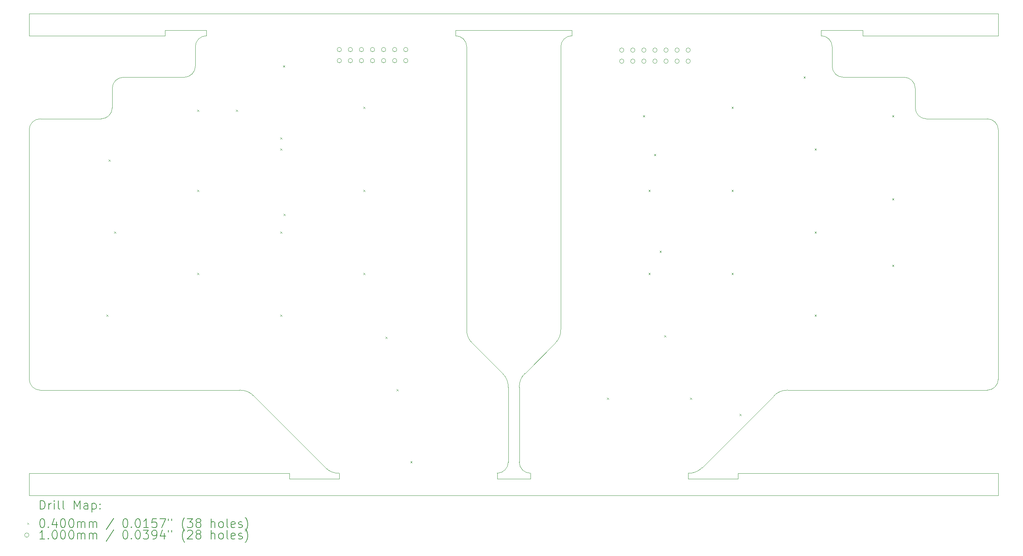
<source format=gbr>
%FSLAX45Y45*%
G04 Gerber Fmt 4.5, Leading zero omitted, Abs format (unit mm)*
G04 Created by KiCad (PCBNEW (6.0.6-1)-1) date 2022-07-19 11:22:40*
%MOMM*%
%LPD*%
G01*
G04 APERTURE LIST*
%TA.AperFunction,Profile*%
%ADD10C,0.120000*%
%TD*%
%ADD11C,0.200000*%
%ADD12C,0.040000*%
%ADD13C,0.100000*%
G04 APERTURE END LIST*
D10*
X14351000Y-6921500D02*
X8382000Y-6921500D01*
X2159003Y-3619500D02*
G75*
G03*
X2286000Y-3937000I417557J-17130D01*
G01*
X8382000Y-7048500D02*
X8382000Y-6921500D01*
X-762000Y-7048500D02*
X-1905000Y-7048500D01*
X-7874000Y-6921500D02*
X-7874000Y-7429500D01*
X3111497Y-4953000D02*
G75*
G03*
X2984500Y-4635500I-417557J17130D01*
G01*
X14351000Y3619500D02*
X14351000Y3111500D01*
X9525000Y-5016503D02*
G75*
G03*
X9207500Y-5143500I-17130J-417557D01*
G01*
X12446000Y1460500D02*
G75*
G03*
X12700000Y1206500I254000J0D01*
G01*
X14097000Y1206500D02*
X12700000Y1206500D01*
X-7874000Y952500D02*
X-7874000Y-4762500D01*
X4191002Y-3937002D02*
G75*
G03*
X4318000Y-3619500I-290562J300372D01*
G01*
X-3810000Y3111500D02*
X-3810000Y3238500D01*
X14097000Y-5016500D02*
G75*
G03*
X14351000Y-4762500I0J254000D01*
G01*
X1905000Y3238500D02*
X4572000Y3238500D01*
X14351000Y-4762500D02*
X14351000Y952500D01*
X-7620000Y1206500D02*
G75*
G03*
X-7874000Y952500I0J-254000D01*
G01*
X10541000Y2413000D02*
X10541000Y2857500D01*
X-1079502Y-6794502D02*
G75*
G03*
X-762000Y-6921500I300372J290562D01*
G01*
X14351000Y3619500D02*
X-7874000Y3619500D01*
X-762000Y-6921500D02*
X-762000Y-7048500D01*
X-2730498Y-5143498D02*
G75*
G03*
X-3048000Y-5016500I-300372J-290562D01*
G01*
X9207500Y-5143500D02*
X7556500Y-6794500D01*
X-4762500Y3238500D02*
X-4762500Y3111500D01*
X-7874000Y3111500D02*
X-7874000Y3619500D01*
X2857500Y-7048500D02*
X3619500Y-7048500D01*
X-6223000Y1206500D02*
G75*
G03*
X-5969000Y1460500I0J254000D01*
G01*
X-4318000Y2159000D02*
X-5715000Y2159000D01*
X10541000Y2857500D02*
G75*
G03*
X10287000Y3111500I-254000J0D01*
G01*
X9525000Y-5016500D02*
X14097000Y-5016500D01*
X11239500Y3238500D02*
X10287000Y3238500D01*
X-1079500Y-6794500D02*
X-2730500Y-5143500D01*
X-7874000Y-4762500D02*
G75*
G03*
X-7620000Y-5016500I254000J0D01*
G01*
X-4318000Y2159000D02*
G75*
G03*
X-4064000Y2413000I0J254000D01*
G01*
X-5715000Y2159000D02*
G75*
G03*
X-5969000Y1905000I0J-254000D01*
G01*
X4572000Y3238500D02*
X4572000Y3111500D01*
X3365500Y-6667500D02*
G75*
G03*
X3619500Y-6921500I254000J0D01*
G01*
X-6223000Y1206500D02*
X-7620000Y1206500D01*
X-7620000Y-5016500D02*
X-3048000Y-5016500D01*
X14351000Y952500D02*
G75*
G03*
X14097000Y1206500I-254000J0D01*
G01*
X-1905000Y-6921500D02*
X-1905000Y-7048500D01*
X12446000Y1905000D02*
G75*
G03*
X12192000Y2159000I-254000J0D01*
G01*
X10287000Y3238500D02*
X10287000Y3111500D01*
X-3810000Y3111500D02*
G75*
G03*
X-4064000Y2857500I0J-254000D01*
G01*
X3492498Y-4635498D02*
G75*
G03*
X3365500Y-4953000I290562J-300372D01*
G01*
X14351000Y3111500D02*
X11239500Y3111500D01*
X3365500Y-6667500D02*
X3365500Y-4953000D01*
X-3810000Y3238500D02*
X-4762500Y3238500D01*
X2984500Y-4635500D02*
X2286000Y-3937000D01*
X2857500Y-6921500D02*
X2857500Y-7048500D01*
X7239000Y-6921497D02*
G75*
G03*
X7556500Y-6794500I17130J417557D01*
G01*
X-4064000Y2857500D02*
X-4064000Y2413000D01*
X4318000Y2857500D02*
X4318000Y-3619500D01*
X-1905000Y-6921500D02*
X-7874000Y-6921500D01*
X3619500Y-7048500D02*
X3619500Y-6921500D01*
X7239000Y-7048500D02*
X7239000Y-6921500D01*
X4191000Y-3937000D02*
X3492500Y-4635500D01*
X10541000Y2413000D02*
G75*
G03*
X10795000Y2159000I254000J0D01*
G01*
X2857500Y-6921500D02*
G75*
G03*
X3111500Y-6667500I0J254000D01*
G01*
X3111500Y-4953000D02*
X3111500Y-6667500D01*
X14351000Y-7429500D02*
X-7874000Y-7429500D01*
X14351000Y-7429500D02*
X14351000Y-6921500D01*
X11239500Y3111500D02*
X11239500Y3238500D01*
X-4762500Y3111500D02*
X-7874000Y3111500D01*
X4572000Y3111500D02*
G75*
G03*
X4318000Y2857500I0J-254000D01*
G01*
X1905000Y3111500D02*
X1905000Y3238500D01*
X12192000Y2159000D02*
X10795000Y2159000D01*
X-5969000Y1905000D02*
X-5969000Y1460500D01*
X12446000Y1460500D02*
X12446000Y1905000D01*
X2159000Y-3619500D02*
X2159000Y2857500D01*
X2159000Y2857500D02*
G75*
G03*
X1905000Y3111500I-254000J0D01*
G01*
X8382000Y-7048500D02*
X7239000Y-7048500D01*
D11*
D12*
X-6103300Y-3282000D02*
X-6063300Y-3322000D01*
X-6063300Y-3282000D02*
X-6103300Y-3322000D01*
X-6052500Y274000D02*
X-6012500Y234000D01*
X-6012500Y274000D02*
X-6052500Y234000D01*
X-5925500Y-1377000D02*
X-5885500Y-1417000D01*
X-5885500Y-1377000D02*
X-5925500Y-1417000D01*
X-4020500Y1417000D02*
X-3980500Y1377000D01*
X-3980500Y1417000D02*
X-4020500Y1377000D01*
X-4020500Y-424500D02*
X-3980500Y-464500D01*
X-3980500Y-424500D02*
X-4020500Y-464500D01*
X-4020500Y-2329500D02*
X-3980500Y-2369500D01*
X-3980500Y-2329500D02*
X-4020500Y-2369500D01*
X-3131500Y1417000D02*
X-3091500Y1377000D01*
X-3091500Y1417000D02*
X-3131500Y1377000D01*
X-2115500Y782000D02*
X-2075500Y742000D01*
X-2075500Y782000D02*
X-2115500Y742000D01*
X-2115500Y528000D02*
X-2075500Y488000D01*
X-2075500Y528000D02*
X-2115500Y488000D01*
X-2115500Y-1377000D02*
X-2075500Y-1417000D01*
X-2075500Y-1377000D02*
X-2115500Y-1417000D01*
X-2115500Y-3282000D02*
X-2075500Y-3322000D01*
X-2075500Y-3282000D02*
X-2115500Y-3322000D01*
X-2052000Y2433000D02*
X-2012000Y2393000D01*
X-2012000Y2433000D02*
X-2052000Y2393000D01*
X-2037650Y-973392D02*
X-1997650Y-1013392D01*
X-1997650Y-973392D02*
X-2037650Y-1013392D01*
X-210500Y1480500D02*
X-170500Y1440500D01*
X-170500Y1480500D02*
X-210500Y1440500D01*
X-210500Y-424500D02*
X-170500Y-464500D01*
X-170500Y-424500D02*
X-210500Y-464500D01*
X-210500Y-2329500D02*
X-170500Y-2369500D01*
X-170500Y-2329500D02*
X-210500Y-2369500D01*
X297500Y-3790000D02*
X337500Y-3830000D01*
X337500Y-3790000D02*
X297500Y-3830000D01*
X551500Y-4996500D02*
X591500Y-5036500D01*
X591500Y-4996500D02*
X551500Y-5036500D01*
X869000Y-6647500D02*
X909000Y-6687500D01*
X909000Y-6647500D02*
X869000Y-6687500D01*
X5377500Y-5187000D02*
X5417500Y-5227000D01*
X5417500Y-5187000D02*
X5377500Y-5227000D01*
X6203000Y1290000D02*
X6243000Y1250000D01*
X6243000Y1290000D02*
X6203000Y1250000D01*
X6330000Y-424500D02*
X6370000Y-464500D01*
X6370000Y-424500D02*
X6330000Y-464500D01*
X6330000Y-2329500D02*
X6370000Y-2369500D01*
X6370000Y-2329500D02*
X6330000Y-2369500D01*
X6457000Y401000D02*
X6497000Y361000D01*
X6497000Y401000D02*
X6457000Y361000D01*
X6582800Y-1817984D02*
X6622800Y-1857984D01*
X6622800Y-1817984D02*
X6582800Y-1857984D01*
X6691150Y-3757631D02*
X6731150Y-3797631D01*
X6731150Y-3757631D02*
X6691150Y-3797631D01*
X7282500Y-5187000D02*
X7322500Y-5227000D01*
X7322500Y-5187000D02*
X7282500Y-5227000D01*
X8235000Y1480500D02*
X8275000Y1440500D01*
X8275000Y1480500D02*
X8235000Y1440500D01*
X8235000Y-424500D02*
X8275000Y-464500D01*
X8275000Y-424500D02*
X8235000Y-464500D01*
X8235000Y-2329500D02*
X8275000Y-2369500D01*
X8275000Y-2329500D02*
X8235000Y-2369500D01*
X8419000Y-5561500D02*
X8459000Y-5601500D01*
X8459000Y-5561500D02*
X8419000Y-5601500D01*
X9886000Y2179000D02*
X9926000Y2139000D01*
X9926000Y2179000D02*
X9886000Y2139000D01*
X10140000Y528000D02*
X10180000Y488000D01*
X10180000Y528000D02*
X10140000Y488000D01*
X10140000Y-1377000D02*
X10180000Y-1417000D01*
X10180000Y-1377000D02*
X10140000Y-1417000D01*
X10140000Y-3282000D02*
X10180000Y-3322000D01*
X10180000Y-3282000D02*
X10140000Y-3322000D01*
X11918000Y-2139000D02*
X11958000Y-2179000D01*
X11958000Y-2139000D02*
X11918000Y-2179000D01*
X11918000Y1290000D02*
X11958000Y1250000D01*
X11958000Y1290000D02*
X11918000Y1250000D01*
X11918000Y-615000D02*
X11958000Y-655000D01*
X11958000Y-615000D02*
X11918000Y-655000D01*
D13*
X-712000Y2794000D02*
G75*
G03*
X-712000Y2794000I-50000J0D01*
G01*
X-712000Y2540000D02*
G75*
G03*
X-712000Y2540000I-50000J0D01*
G01*
X-458000Y2794000D02*
G75*
G03*
X-458000Y2794000I-50000J0D01*
G01*
X-458000Y2540000D02*
G75*
G03*
X-458000Y2540000I-50000J0D01*
G01*
X-204000Y2794000D02*
G75*
G03*
X-204000Y2794000I-50000J0D01*
G01*
X-204000Y2540000D02*
G75*
G03*
X-204000Y2540000I-50000J0D01*
G01*
X50000Y2794000D02*
G75*
G03*
X50000Y2794000I-50000J0D01*
G01*
X50000Y2540000D02*
G75*
G03*
X50000Y2540000I-50000J0D01*
G01*
X304000Y2794000D02*
G75*
G03*
X304000Y2794000I-50000J0D01*
G01*
X304000Y2540000D02*
G75*
G03*
X304000Y2540000I-50000J0D01*
G01*
X558000Y2794000D02*
G75*
G03*
X558000Y2794000I-50000J0D01*
G01*
X558000Y2540000D02*
G75*
G03*
X558000Y2540000I-50000J0D01*
G01*
X812000Y2794000D02*
G75*
G03*
X812000Y2794000I-50000J0D01*
G01*
X812000Y2540000D02*
G75*
G03*
X812000Y2540000I-50000J0D01*
G01*
X5765000Y2782250D02*
G75*
G03*
X5765000Y2782250I-50000J0D01*
G01*
X5765000Y2528250D02*
G75*
G03*
X5765000Y2528250I-50000J0D01*
G01*
X6019000Y2782250D02*
G75*
G03*
X6019000Y2782250I-50000J0D01*
G01*
X6019000Y2528250D02*
G75*
G03*
X6019000Y2528250I-50000J0D01*
G01*
X6273000Y2782250D02*
G75*
G03*
X6273000Y2782250I-50000J0D01*
G01*
X6273000Y2528250D02*
G75*
G03*
X6273000Y2528250I-50000J0D01*
G01*
X6527000Y2782250D02*
G75*
G03*
X6527000Y2782250I-50000J0D01*
G01*
X6527000Y2528250D02*
G75*
G03*
X6527000Y2528250I-50000J0D01*
G01*
X6781000Y2782250D02*
G75*
G03*
X6781000Y2782250I-50000J0D01*
G01*
X6781000Y2528250D02*
G75*
G03*
X6781000Y2528250I-50000J0D01*
G01*
X7035000Y2782250D02*
G75*
G03*
X7035000Y2782250I-50000J0D01*
G01*
X7035000Y2528250D02*
G75*
G03*
X7035000Y2528250I-50000J0D01*
G01*
X7289000Y2782250D02*
G75*
G03*
X7289000Y2782250I-50000J0D01*
G01*
X7289000Y2528250D02*
G75*
G03*
X7289000Y2528250I-50000J0D01*
G01*
D11*
X-7622381Y-7745976D02*
X-7622381Y-7545976D01*
X-7574762Y-7545976D01*
X-7546190Y-7555500D01*
X-7527143Y-7574548D01*
X-7517619Y-7593595D01*
X-7508095Y-7631690D01*
X-7508095Y-7660262D01*
X-7517619Y-7698357D01*
X-7527143Y-7717405D01*
X-7546190Y-7736452D01*
X-7574762Y-7745976D01*
X-7622381Y-7745976D01*
X-7422381Y-7745976D02*
X-7422381Y-7612643D01*
X-7422381Y-7650738D02*
X-7412857Y-7631690D01*
X-7403333Y-7622167D01*
X-7384286Y-7612643D01*
X-7365238Y-7612643D01*
X-7298571Y-7745976D02*
X-7298571Y-7612643D01*
X-7298571Y-7545976D02*
X-7308095Y-7555500D01*
X-7298571Y-7565024D01*
X-7289048Y-7555500D01*
X-7298571Y-7545976D01*
X-7298571Y-7565024D01*
X-7174762Y-7745976D02*
X-7193810Y-7736452D01*
X-7203333Y-7717405D01*
X-7203333Y-7545976D01*
X-7070000Y-7745976D02*
X-7089048Y-7736452D01*
X-7098571Y-7717405D01*
X-7098571Y-7545976D01*
X-6841429Y-7745976D02*
X-6841429Y-7545976D01*
X-6774762Y-7688833D01*
X-6708095Y-7545976D01*
X-6708095Y-7745976D01*
X-6527143Y-7745976D02*
X-6527143Y-7641214D01*
X-6536667Y-7622167D01*
X-6555714Y-7612643D01*
X-6593810Y-7612643D01*
X-6612857Y-7622167D01*
X-6527143Y-7736452D02*
X-6546190Y-7745976D01*
X-6593810Y-7745976D01*
X-6612857Y-7736452D01*
X-6622381Y-7717405D01*
X-6622381Y-7698357D01*
X-6612857Y-7679309D01*
X-6593810Y-7669786D01*
X-6546190Y-7669786D01*
X-6527143Y-7660262D01*
X-6431905Y-7612643D02*
X-6431905Y-7812643D01*
X-6431905Y-7622167D02*
X-6412857Y-7612643D01*
X-6374762Y-7612643D01*
X-6355714Y-7622167D01*
X-6346190Y-7631690D01*
X-6336667Y-7650738D01*
X-6336667Y-7707881D01*
X-6346190Y-7726928D01*
X-6355714Y-7736452D01*
X-6374762Y-7745976D01*
X-6412857Y-7745976D01*
X-6431905Y-7736452D01*
X-6250952Y-7726928D02*
X-6241429Y-7736452D01*
X-6250952Y-7745976D01*
X-6260476Y-7736452D01*
X-6250952Y-7726928D01*
X-6250952Y-7745976D01*
X-6250952Y-7622167D02*
X-6241429Y-7631690D01*
X-6250952Y-7641214D01*
X-6260476Y-7631690D01*
X-6250952Y-7622167D01*
X-6250952Y-7641214D01*
D12*
X-7920000Y-8055500D02*
X-7880000Y-8095500D01*
X-7880000Y-8055500D02*
X-7920000Y-8095500D01*
D11*
X-7584286Y-7965976D02*
X-7565238Y-7965976D01*
X-7546190Y-7975500D01*
X-7536667Y-7985024D01*
X-7527143Y-8004071D01*
X-7517619Y-8042167D01*
X-7517619Y-8089786D01*
X-7527143Y-8127881D01*
X-7536667Y-8146928D01*
X-7546190Y-8156452D01*
X-7565238Y-8165976D01*
X-7584286Y-8165976D01*
X-7603333Y-8156452D01*
X-7612857Y-8146928D01*
X-7622381Y-8127881D01*
X-7631905Y-8089786D01*
X-7631905Y-8042167D01*
X-7622381Y-8004071D01*
X-7612857Y-7985024D01*
X-7603333Y-7975500D01*
X-7584286Y-7965976D01*
X-7431905Y-8146928D02*
X-7422381Y-8156452D01*
X-7431905Y-8165976D01*
X-7441429Y-8156452D01*
X-7431905Y-8146928D01*
X-7431905Y-8165976D01*
X-7250952Y-8032643D02*
X-7250952Y-8165976D01*
X-7298571Y-7956452D02*
X-7346190Y-8099309D01*
X-7222381Y-8099309D01*
X-7108095Y-7965976D02*
X-7089048Y-7965976D01*
X-7070000Y-7975500D01*
X-7060476Y-7985024D01*
X-7050952Y-8004071D01*
X-7041429Y-8042167D01*
X-7041429Y-8089786D01*
X-7050952Y-8127881D01*
X-7060476Y-8146928D01*
X-7070000Y-8156452D01*
X-7089048Y-8165976D01*
X-7108095Y-8165976D01*
X-7127143Y-8156452D01*
X-7136667Y-8146928D01*
X-7146190Y-8127881D01*
X-7155714Y-8089786D01*
X-7155714Y-8042167D01*
X-7146190Y-8004071D01*
X-7136667Y-7985024D01*
X-7127143Y-7975500D01*
X-7108095Y-7965976D01*
X-6917619Y-7965976D02*
X-6898571Y-7965976D01*
X-6879524Y-7975500D01*
X-6870000Y-7985024D01*
X-6860476Y-8004071D01*
X-6850952Y-8042167D01*
X-6850952Y-8089786D01*
X-6860476Y-8127881D01*
X-6870000Y-8146928D01*
X-6879524Y-8156452D01*
X-6898571Y-8165976D01*
X-6917619Y-8165976D01*
X-6936667Y-8156452D01*
X-6946190Y-8146928D01*
X-6955714Y-8127881D01*
X-6965238Y-8089786D01*
X-6965238Y-8042167D01*
X-6955714Y-8004071D01*
X-6946190Y-7985024D01*
X-6936667Y-7975500D01*
X-6917619Y-7965976D01*
X-6765238Y-8165976D02*
X-6765238Y-8032643D01*
X-6765238Y-8051690D02*
X-6755714Y-8042167D01*
X-6736667Y-8032643D01*
X-6708095Y-8032643D01*
X-6689048Y-8042167D01*
X-6679524Y-8061214D01*
X-6679524Y-8165976D01*
X-6679524Y-8061214D02*
X-6670000Y-8042167D01*
X-6650952Y-8032643D01*
X-6622381Y-8032643D01*
X-6603333Y-8042167D01*
X-6593810Y-8061214D01*
X-6593810Y-8165976D01*
X-6498571Y-8165976D02*
X-6498571Y-8032643D01*
X-6498571Y-8051690D02*
X-6489048Y-8042167D01*
X-6470000Y-8032643D01*
X-6441429Y-8032643D01*
X-6422381Y-8042167D01*
X-6412857Y-8061214D01*
X-6412857Y-8165976D01*
X-6412857Y-8061214D02*
X-6403333Y-8042167D01*
X-6384286Y-8032643D01*
X-6355714Y-8032643D01*
X-6336667Y-8042167D01*
X-6327143Y-8061214D01*
X-6327143Y-8165976D01*
X-5936667Y-7956452D02*
X-6108095Y-8213595D01*
X-5679524Y-7965976D02*
X-5660476Y-7965976D01*
X-5641429Y-7975500D01*
X-5631905Y-7985024D01*
X-5622381Y-8004071D01*
X-5612857Y-8042167D01*
X-5612857Y-8089786D01*
X-5622381Y-8127881D01*
X-5631905Y-8146928D01*
X-5641429Y-8156452D01*
X-5660476Y-8165976D01*
X-5679524Y-8165976D01*
X-5698571Y-8156452D01*
X-5708095Y-8146928D01*
X-5717619Y-8127881D01*
X-5727143Y-8089786D01*
X-5727143Y-8042167D01*
X-5717619Y-8004071D01*
X-5708095Y-7985024D01*
X-5698571Y-7975500D01*
X-5679524Y-7965976D01*
X-5527143Y-8146928D02*
X-5517619Y-8156452D01*
X-5527143Y-8165976D01*
X-5536667Y-8156452D01*
X-5527143Y-8146928D01*
X-5527143Y-8165976D01*
X-5393810Y-7965976D02*
X-5374762Y-7965976D01*
X-5355714Y-7975500D01*
X-5346191Y-7985024D01*
X-5336667Y-8004071D01*
X-5327143Y-8042167D01*
X-5327143Y-8089786D01*
X-5336667Y-8127881D01*
X-5346191Y-8146928D01*
X-5355714Y-8156452D01*
X-5374762Y-8165976D01*
X-5393810Y-8165976D01*
X-5412857Y-8156452D01*
X-5422381Y-8146928D01*
X-5431905Y-8127881D01*
X-5441429Y-8089786D01*
X-5441429Y-8042167D01*
X-5431905Y-8004071D01*
X-5422381Y-7985024D01*
X-5412857Y-7975500D01*
X-5393810Y-7965976D01*
X-5136667Y-8165976D02*
X-5250952Y-8165976D01*
X-5193810Y-8165976D02*
X-5193810Y-7965976D01*
X-5212857Y-7994548D01*
X-5231905Y-8013595D01*
X-5250952Y-8023119D01*
X-4955714Y-7965976D02*
X-5050952Y-7965976D01*
X-5060476Y-8061214D01*
X-5050952Y-8051690D01*
X-5031905Y-8042167D01*
X-4984286Y-8042167D01*
X-4965238Y-8051690D01*
X-4955714Y-8061214D01*
X-4946191Y-8080262D01*
X-4946191Y-8127881D01*
X-4955714Y-8146928D01*
X-4965238Y-8156452D01*
X-4984286Y-8165976D01*
X-5031905Y-8165976D01*
X-5050952Y-8156452D01*
X-5060476Y-8146928D01*
X-4879524Y-7965976D02*
X-4746191Y-7965976D01*
X-4831905Y-8165976D01*
X-4679524Y-7965976D02*
X-4679524Y-8004071D01*
X-4603333Y-7965976D02*
X-4603333Y-8004071D01*
X-4308095Y-8242167D02*
X-4317619Y-8232643D01*
X-4336667Y-8204071D01*
X-4346191Y-8185024D01*
X-4355714Y-8156452D01*
X-4365238Y-8108833D01*
X-4365238Y-8070738D01*
X-4355714Y-8023119D01*
X-4346191Y-7994548D01*
X-4336667Y-7975500D01*
X-4317619Y-7946928D01*
X-4308095Y-7937405D01*
X-4250952Y-7965976D02*
X-4127143Y-7965976D01*
X-4193810Y-8042167D01*
X-4165238Y-8042167D01*
X-4146190Y-8051690D01*
X-4136667Y-8061214D01*
X-4127143Y-8080262D01*
X-4127143Y-8127881D01*
X-4136667Y-8146928D01*
X-4146190Y-8156452D01*
X-4165238Y-8165976D01*
X-4222381Y-8165976D01*
X-4241429Y-8156452D01*
X-4250952Y-8146928D01*
X-4012857Y-8051690D02*
X-4031905Y-8042167D01*
X-4041429Y-8032643D01*
X-4050952Y-8013595D01*
X-4050952Y-8004071D01*
X-4041429Y-7985024D01*
X-4031905Y-7975500D01*
X-4012857Y-7965976D01*
X-3974762Y-7965976D01*
X-3955714Y-7975500D01*
X-3946190Y-7985024D01*
X-3936667Y-8004071D01*
X-3936667Y-8013595D01*
X-3946190Y-8032643D01*
X-3955714Y-8042167D01*
X-3974762Y-8051690D01*
X-4012857Y-8051690D01*
X-4031905Y-8061214D01*
X-4041429Y-8070738D01*
X-4050952Y-8089786D01*
X-4050952Y-8127881D01*
X-4041429Y-8146928D01*
X-4031905Y-8156452D01*
X-4012857Y-8165976D01*
X-3974762Y-8165976D01*
X-3955714Y-8156452D01*
X-3946190Y-8146928D01*
X-3936667Y-8127881D01*
X-3936667Y-8089786D01*
X-3946190Y-8070738D01*
X-3955714Y-8061214D01*
X-3974762Y-8051690D01*
X-3698571Y-8165976D02*
X-3698571Y-7965976D01*
X-3612857Y-8165976D02*
X-3612857Y-8061214D01*
X-3622381Y-8042167D01*
X-3641429Y-8032643D01*
X-3670000Y-8032643D01*
X-3689048Y-8042167D01*
X-3698571Y-8051690D01*
X-3489048Y-8165976D02*
X-3508095Y-8156452D01*
X-3517619Y-8146928D01*
X-3527143Y-8127881D01*
X-3527143Y-8070738D01*
X-3517619Y-8051690D01*
X-3508095Y-8042167D01*
X-3489048Y-8032643D01*
X-3460476Y-8032643D01*
X-3441429Y-8042167D01*
X-3431905Y-8051690D01*
X-3422381Y-8070738D01*
X-3422381Y-8127881D01*
X-3431905Y-8146928D01*
X-3441429Y-8156452D01*
X-3460476Y-8165976D01*
X-3489048Y-8165976D01*
X-3308095Y-8165976D02*
X-3327143Y-8156452D01*
X-3336667Y-8137405D01*
X-3336667Y-7965976D01*
X-3155714Y-8156452D02*
X-3174762Y-8165976D01*
X-3212857Y-8165976D01*
X-3231905Y-8156452D01*
X-3241429Y-8137405D01*
X-3241429Y-8061214D01*
X-3231905Y-8042167D01*
X-3212857Y-8032643D01*
X-3174762Y-8032643D01*
X-3155714Y-8042167D01*
X-3146190Y-8061214D01*
X-3146190Y-8080262D01*
X-3241429Y-8099309D01*
X-3070000Y-8156452D02*
X-3050952Y-8165976D01*
X-3012857Y-8165976D01*
X-2993810Y-8156452D01*
X-2984286Y-8137405D01*
X-2984286Y-8127881D01*
X-2993810Y-8108833D01*
X-3012857Y-8099309D01*
X-3041429Y-8099309D01*
X-3060476Y-8089786D01*
X-3070000Y-8070738D01*
X-3070000Y-8061214D01*
X-3060476Y-8042167D01*
X-3041429Y-8032643D01*
X-3012857Y-8032643D01*
X-2993810Y-8042167D01*
X-2917619Y-8242167D02*
X-2908095Y-8232643D01*
X-2889048Y-8204071D01*
X-2879524Y-8185024D01*
X-2870000Y-8156452D01*
X-2860476Y-8108833D01*
X-2860476Y-8070738D01*
X-2870000Y-8023119D01*
X-2879524Y-7994548D01*
X-2889048Y-7975500D01*
X-2908095Y-7946928D01*
X-2917619Y-7937405D01*
D13*
X-7880000Y-8339500D02*
G75*
G03*
X-7880000Y-8339500I-50000J0D01*
G01*
D11*
X-7517619Y-8429976D02*
X-7631905Y-8429976D01*
X-7574762Y-8429976D02*
X-7574762Y-8229976D01*
X-7593810Y-8258548D01*
X-7612857Y-8277595D01*
X-7631905Y-8287119D01*
X-7431905Y-8410929D02*
X-7422381Y-8420452D01*
X-7431905Y-8429976D01*
X-7441429Y-8420452D01*
X-7431905Y-8410929D01*
X-7431905Y-8429976D01*
X-7298571Y-8229976D02*
X-7279524Y-8229976D01*
X-7260476Y-8239500D01*
X-7250952Y-8249024D01*
X-7241429Y-8268071D01*
X-7231905Y-8306167D01*
X-7231905Y-8353786D01*
X-7241429Y-8391881D01*
X-7250952Y-8410929D01*
X-7260476Y-8420452D01*
X-7279524Y-8429976D01*
X-7298571Y-8429976D01*
X-7317619Y-8420452D01*
X-7327143Y-8410929D01*
X-7336667Y-8391881D01*
X-7346190Y-8353786D01*
X-7346190Y-8306167D01*
X-7336667Y-8268071D01*
X-7327143Y-8249024D01*
X-7317619Y-8239500D01*
X-7298571Y-8229976D01*
X-7108095Y-8229976D02*
X-7089048Y-8229976D01*
X-7070000Y-8239500D01*
X-7060476Y-8249024D01*
X-7050952Y-8268071D01*
X-7041429Y-8306167D01*
X-7041429Y-8353786D01*
X-7050952Y-8391881D01*
X-7060476Y-8410929D01*
X-7070000Y-8420452D01*
X-7089048Y-8429976D01*
X-7108095Y-8429976D01*
X-7127143Y-8420452D01*
X-7136667Y-8410929D01*
X-7146190Y-8391881D01*
X-7155714Y-8353786D01*
X-7155714Y-8306167D01*
X-7146190Y-8268071D01*
X-7136667Y-8249024D01*
X-7127143Y-8239500D01*
X-7108095Y-8229976D01*
X-6917619Y-8229976D02*
X-6898571Y-8229976D01*
X-6879524Y-8239500D01*
X-6870000Y-8249024D01*
X-6860476Y-8268071D01*
X-6850952Y-8306167D01*
X-6850952Y-8353786D01*
X-6860476Y-8391881D01*
X-6870000Y-8410929D01*
X-6879524Y-8420452D01*
X-6898571Y-8429976D01*
X-6917619Y-8429976D01*
X-6936667Y-8420452D01*
X-6946190Y-8410929D01*
X-6955714Y-8391881D01*
X-6965238Y-8353786D01*
X-6965238Y-8306167D01*
X-6955714Y-8268071D01*
X-6946190Y-8249024D01*
X-6936667Y-8239500D01*
X-6917619Y-8229976D01*
X-6765238Y-8429976D02*
X-6765238Y-8296643D01*
X-6765238Y-8315690D02*
X-6755714Y-8306167D01*
X-6736667Y-8296643D01*
X-6708095Y-8296643D01*
X-6689048Y-8306167D01*
X-6679524Y-8325214D01*
X-6679524Y-8429976D01*
X-6679524Y-8325214D02*
X-6670000Y-8306167D01*
X-6650952Y-8296643D01*
X-6622381Y-8296643D01*
X-6603333Y-8306167D01*
X-6593810Y-8325214D01*
X-6593810Y-8429976D01*
X-6498571Y-8429976D02*
X-6498571Y-8296643D01*
X-6498571Y-8315690D02*
X-6489048Y-8306167D01*
X-6470000Y-8296643D01*
X-6441429Y-8296643D01*
X-6422381Y-8306167D01*
X-6412857Y-8325214D01*
X-6412857Y-8429976D01*
X-6412857Y-8325214D02*
X-6403333Y-8306167D01*
X-6384286Y-8296643D01*
X-6355714Y-8296643D01*
X-6336667Y-8306167D01*
X-6327143Y-8325214D01*
X-6327143Y-8429976D01*
X-5936667Y-8220452D02*
X-6108095Y-8477595D01*
X-5679524Y-8229976D02*
X-5660476Y-8229976D01*
X-5641429Y-8239500D01*
X-5631905Y-8249024D01*
X-5622381Y-8268071D01*
X-5612857Y-8306167D01*
X-5612857Y-8353786D01*
X-5622381Y-8391881D01*
X-5631905Y-8410929D01*
X-5641429Y-8420452D01*
X-5660476Y-8429976D01*
X-5679524Y-8429976D01*
X-5698571Y-8420452D01*
X-5708095Y-8410929D01*
X-5717619Y-8391881D01*
X-5727143Y-8353786D01*
X-5727143Y-8306167D01*
X-5717619Y-8268071D01*
X-5708095Y-8249024D01*
X-5698571Y-8239500D01*
X-5679524Y-8229976D01*
X-5527143Y-8410929D02*
X-5517619Y-8420452D01*
X-5527143Y-8429976D01*
X-5536667Y-8420452D01*
X-5527143Y-8410929D01*
X-5527143Y-8429976D01*
X-5393810Y-8229976D02*
X-5374762Y-8229976D01*
X-5355714Y-8239500D01*
X-5346191Y-8249024D01*
X-5336667Y-8268071D01*
X-5327143Y-8306167D01*
X-5327143Y-8353786D01*
X-5336667Y-8391881D01*
X-5346191Y-8410929D01*
X-5355714Y-8420452D01*
X-5374762Y-8429976D01*
X-5393810Y-8429976D01*
X-5412857Y-8420452D01*
X-5422381Y-8410929D01*
X-5431905Y-8391881D01*
X-5441429Y-8353786D01*
X-5441429Y-8306167D01*
X-5431905Y-8268071D01*
X-5422381Y-8249024D01*
X-5412857Y-8239500D01*
X-5393810Y-8229976D01*
X-5260476Y-8229976D02*
X-5136667Y-8229976D01*
X-5203333Y-8306167D01*
X-5174762Y-8306167D01*
X-5155714Y-8315690D01*
X-5146191Y-8325214D01*
X-5136667Y-8344262D01*
X-5136667Y-8391881D01*
X-5146191Y-8410929D01*
X-5155714Y-8420452D01*
X-5174762Y-8429976D01*
X-5231905Y-8429976D01*
X-5250952Y-8420452D01*
X-5260476Y-8410929D01*
X-5041429Y-8429976D02*
X-5003333Y-8429976D01*
X-4984286Y-8420452D01*
X-4974762Y-8410929D01*
X-4955714Y-8382357D01*
X-4946191Y-8344262D01*
X-4946191Y-8268071D01*
X-4955714Y-8249024D01*
X-4965238Y-8239500D01*
X-4984286Y-8229976D01*
X-5022381Y-8229976D01*
X-5041429Y-8239500D01*
X-5050952Y-8249024D01*
X-5060476Y-8268071D01*
X-5060476Y-8315690D01*
X-5050952Y-8334738D01*
X-5041429Y-8344262D01*
X-5022381Y-8353786D01*
X-4984286Y-8353786D01*
X-4965238Y-8344262D01*
X-4955714Y-8334738D01*
X-4946191Y-8315690D01*
X-4774762Y-8296643D02*
X-4774762Y-8429976D01*
X-4822381Y-8220452D02*
X-4870000Y-8363309D01*
X-4746191Y-8363309D01*
X-4679524Y-8229976D02*
X-4679524Y-8268071D01*
X-4603333Y-8229976D02*
X-4603333Y-8268071D01*
X-4308095Y-8506167D02*
X-4317619Y-8496643D01*
X-4336667Y-8468071D01*
X-4346191Y-8449024D01*
X-4355714Y-8420452D01*
X-4365238Y-8372833D01*
X-4365238Y-8334738D01*
X-4355714Y-8287119D01*
X-4346191Y-8258548D01*
X-4336667Y-8239500D01*
X-4317619Y-8210928D01*
X-4308095Y-8201405D01*
X-4241429Y-8249024D02*
X-4231905Y-8239500D01*
X-4212857Y-8229976D01*
X-4165238Y-8229976D01*
X-4146190Y-8239500D01*
X-4136667Y-8249024D01*
X-4127143Y-8268071D01*
X-4127143Y-8287119D01*
X-4136667Y-8315690D01*
X-4250952Y-8429976D01*
X-4127143Y-8429976D01*
X-4012857Y-8315690D02*
X-4031905Y-8306167D01*
X-4041429Y-8296643D01*
X-4050952Y-8277595D01*
X-4050952Y-8268071D01*
X-4041429Y-8249024D01*
X-4031905Y-8239500D01*
X-4012857Y-8229976D01*
X-3974762Y-8229976D01*
X-3955714Y-8239500D01*
X-3946190Y-8249024D01*
X-3936667Y-8268071D01*
X-3936667Y-8277595D01*
X-3946190Y-8296643D01*
X-3955714Y-8306167D01*
X-3974762Y-8315690D01*
X-4012857Y-8315690D01*
X-4031905Y-8325214D01*
X-4041429Y-8334738D01*
X-4050952Y-8353786D01*
X-4050952Y-8391881D01*
X-4041429Y-8410929D01*
X-4031905Y-8420452D01*
X-4012857Y-8429976D01*
X-3974762Y-8429976D01*
X-3955714Y-8420452D01*
X-3946190Y-8410929D01*
X-3936667Y-8391881D01*
X-3936667Y-8353786D01*
X-3946190Y-8334738D01*
X-3955714Y-8325214D01*
X-3974762Y-8315690D01*
X-3698571Y-8429976D02*
X-3698571Y-8229976D01*
X-3612857Y-8429976D02*
X-3612857Y-8325214D01*
X-3622381Y-8306167D01*
X-3641429Y-8296643D01*
X-3670000Y-8296643D01*
X-3689048Y-8306167D01*
X-3698571Y-8315690D01*
X-3489048Y-8429976D02*
X-3508095Y-8420452D01*
X-3517619Y-8410929D01*
X-3527143Y-8391881D01*
X-3527143Y-8334738D01*
X-3517619Y-8315690D01*
X-3508095Y-8306167D01*
X-3489048Y-8296643D01*
X-3460476Y-8296643D01*
X-3441429Y-8306167D01*
X-3431905Y-8315690D01*
X-3422381Y-8334738D01*
X-3422381Y-8391881D01*
X-3431905Y-8410929D01*
X-3441429Y-8420452D01*
X-3460476Y-8429976D01*
X-3489048Y-8429976D01*
X-3308095Y-8429976D02*
X-3327143Y-8420452D01*
X-3336667Y-8401405D01*
X-3336667Y-8229976D01*
X-3155714Y-8420452D02*
X-3174762Y-8429976D01*
X-3212857Y-8429976D01*
X-3231905Y-8420452D01*
X-3241429Y-8401405D01*
X-3241429Y-8325214D01*
X-3231905Y-8306167D01*
X-3212857Y-8296643D01*
X-3174762Y-8296643D01*
X-3155714Y-8306167D01*
X-3146190Y-8325214D01*
X-3146190Y-8344262D01*
X-3241429Y-8363309D01*
X-3070000Y-8420452D02*
X-3050952Y-8429976D01*
X-3012857Y-8429976D01*
X-2993810Y-8420452D01*
X-2984286Y-8401405D01*
X-2984286Y-8391881D01*
X-2993810Y-8372833D01*
X-3012857Y-8363309D01*
X-3041429Y-8363309D01*
X-3060476Y-8353786D01*
X-3070000Y-8334738D01*
X-3070000Y-8325214D01*
X-3060476Y-8306167D01*
X-3041429Y-8296643D01*
X-3012857Y-8296643D01*
X-2993810Y-8306167D01*
X-2917619Y-8506167D02*
X-2908095Y-8496643D01*
X-2889048Y-8468071D01*
X-2879524Y-8449024D01*
X-2870000Y-8420452D01*
X-2860476Y-8372833D01*
X-2860476Y-8334738D01*
X-2870000Y-8287119D01*
X-2879524Y-8258548D01*
X-2889048Y-8239500D01*
X-2908095Y-8210928D01*
X-2917619Y-8201405D01*
M02*

</source>
